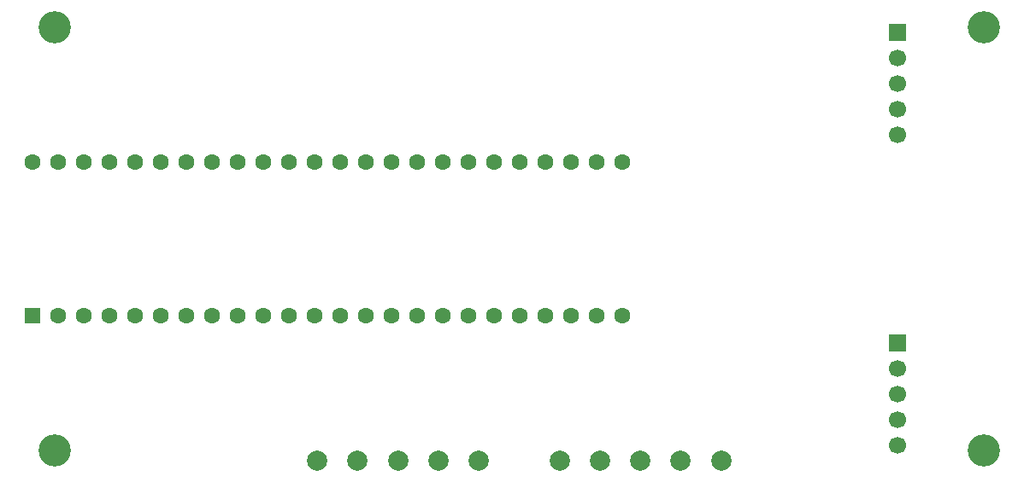
<source format=gbs>
G04 #@! TF.GenerationSoftware,KiCad,Pcbnew,9.0.4-9.0.4-0~ubuntu22.04.1*
G04 #@! TF.CreationDate,2025-10-13T12:48:48-07:00*
G04 #@! TF.ProjectId,test_arena,74657374-5f61-4726-956e-612e6b696361,rev?*
G04 #@! TF.SameCoordinates,Original*
G04 #@! TF.FileFunction,Soldermask,Bot*
G04 #@! TF.FilePolarity,Negative*
%FSLAX46Y46*%
G04 Gerber Fmt 4.6, Leading zero omitted, Abs format (unit mm)*
G04 Created by KiCad (PCBNEW 9.0.4-9.0.4-0~ubuntu22.04.1) date 2025-10-13 12:48:48*
%MOMM*%
%LPD*%
G01*
G04 APERTURE LIST*
%ADD10C,2.000000*%
%ADD11R,1.700000X1.700000*%
%ADD12C,1.700000*%
%ADD13C,3.200000*%
%ADD14R,1.600000X1.600000*%
%ADD15C,1.600000*%
G04 APERTURE END LIST*
D10*
G04 #@! TO.C,TP6*
X104000000Y-97000000D03*
G04 #@! TD*
G04 #@! TO.C,TP9*
X116000000Y-97000000D03*
G04 #@! TD*
G04 #@! TO.C,TP2*
X84000000Y-97000000D03*
G04 #@! TD*
G04 #@! TO.C,TP1*
X80000000Y-97000000D03*
G04 #@! TD*
G04 #@! TO.C,TP10*
X120000000Y-97000000D03*
G04 #@! TD*
D11*
G04 #@! TO.C,J1*
X137500000Y-54520000D03*
D12*
X137500000Y-57060000D03*
X137500000Y-59600000D03*
X137500000Y-62140000D03*
X137500000Y-64680000D03*
G04 #@! TD*
D10*
G04 #@! TO.C,TP4*
X92000000Y-97000000D03*
G04 #@! TD*
D13*
G04 #@! TO.C,H2*
X54000000Y-96000000D03*
G04 #@! TD*
D10*
G04 #@! TO.C,TP7*
X108000000Y-97000000D03*
G04 #@! TD*
G04 #@! TO.C,TP8*
X112000000Y-97000000D03*
G04 #@! TD*
D14*
G04 #@! TO.C,U1*
X51790000Y-82620000D03*
D15*
X54330000Y-82620000D03*
X56870000Y-82620000D03*
X59410000Y-82620000D03*
X61950000Y-82620000D03*
X64490000Y-82620000D03*
X67030000Y-82620000D03*
X69570000Y-82620000D03*
X72110000Y-82620000D03*
X74650000Y-82620000D03*
X77190000Y-82620000D03*
X79730000Y-82620000D03*
X82270000Y-82620000D03*
X84810000Y-82620000D03*
X87350000Y-82620000D03*
X89890000Y-82620000D03*
X92430000Y-82620000D03*
X94970000Y-82620000D03*
X97510000Y-82620000D03*
X100050000Y-82620000D03*
X102590000Y-82620000D03*
X105130000Y-82620000D03*
X107670000Y-82620000D03*
X110210000Y-82620000D03*
X110210000Y-67380000D03*
X107670000Y-67380000D03*
X105130000Y-67380000D03*
X102590000Y-67380000D03*
X100050000Y-67380000D03*
X97510000Y-67380000D03*
X94970000Y-67380000D03*
X92430000Y-67380000D03*
X89890000Y-67380000D03*
X87350000Y-67380000D03*
X84810000Y-67380000D03*
X82270000Y-67380000D03*
X79730000Y-67380000D03*
X77190000Y-67380000D03*
X74650000Y-67380000D03*
X72110000Y-67380000D03*
X69570000Y-67380000D03*
X67030000Y-67380000D03*
X64490000Y-67380000D03*
X61950000Y-67380000D03*
X59410000Y-67380000D03*
X56870000Y-67380000D03*
X54330000Y-67380000D03*
X51790000Y-67380000D03*
G04 #@! TD*
D13*
G04 #@! TO.C,H3*
X146000000Y-96000000D03*
G04 #@! TD*
G04 #@! TO.C,H4*
X146000000Y-54000000D03*
G04 #@! TD*
G04 #@! TO.C,H1*
X54000000Y-54000000D03*
G04 #@! TD*
D10*
G04 #@! TO.C,TP5*
X96000000Y-97000000D03*
G04 #@! TD*
D11*
G04 #@! TO.C,J2*
X137500000Y-85320000D03*
D12*
X137500000Y-87860000D03*
X137500000Y-90400000D03*
X137500000Y-92940000D03*
X137500000Y-95480000D03*
G04 #@! TD*
D10*
G04 #@! TO.C,TP3*
X88000000Y-97000000D03*
G04 #@! TD*
M02*

</source>
